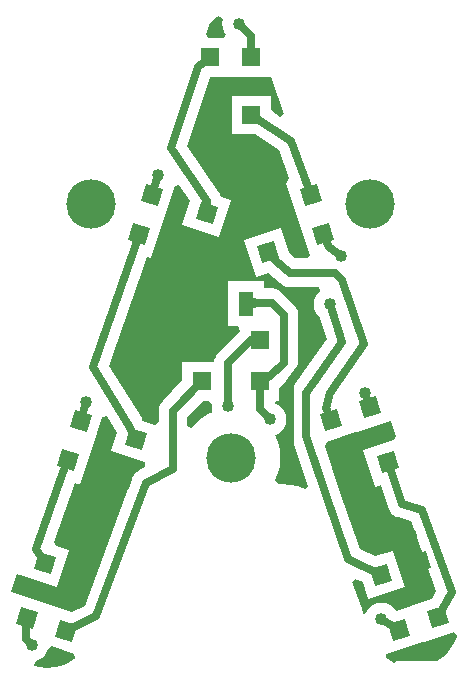
<source format=gtl>
%FSLAX25Y25*%
%MOIN*%
G70*
G01*
G75*
G04 Layer_Physical_Order=1*
G04 Layer_Color=255*
%ADD10R,0.05000X0.08000*%
%ADD11R,0.05906X0.05906*%
%ADD12P,0.08352X4X297.0*%
%ADD13P,0.08352X4X207.0*%
%ADD14R,0.05906X0.05906*%
%ADD15P,0.08352X4X63.0*%
%ADD16P,0.08352X4X153.0*%
%ADD17C,0.02500*%
%ADD18C,0.16500*%
%ADD19C,0.04000*%
G36*
X542283Y432710D02*
X542420Y432424D01*
X540472Y426429D01*
X551727Y422772D01*
X551839Y421276D01*
X549857Y420285D01*
X549405Y419979D01*
X548943Y419689D01*
X548888Y419630D01*
X548821Y419585D01*
X548463Y419172D01*
X548092Y418772D01*
X548055Y418701D01*
X548002Y418640D01*
X547763Y418149D01*
X547508Y417666D01*
X531666Y374939D01*
X527460Y372836D01*
X521507Y374771D01*
Y374771D01*
X521507Y374771D01*
X521329Y374828D01*
X520498Y375098D01*
D01*
X520498Y375098D01*
D01*
D01*
D01*
X520498Y375098D01*
D01*
Y375098D01*
X508224Y379086D01*
X508224Y379086D01*
X508224D01*
X507091Y379482D01*
X509185Y385489D01*
X510197Y385160D01*
X510197Y385160D01*
X522471Y381172D01*
X526459Y393446D01*
X522031Y394884D01*
X521367Y396229D01*
X528307Y415893D01*
X530140Y415297D01*
X534128Y427571D01*
X534128Y427571D01*
X534128D01*
D01*
D01*
Y427571D01*
X534398Y428402D01*
X534398D01*
X534398Y428402D01*
X537487Y437907D01*
X538976Y438085D01*
X542283Y432710D01*
D02*
G37*
G36*
X655693Y365061D02*
X655583Y364602D01*
X654692Y362450D01*
X653475Y360464D01*
X651962Y358693D01*
X650191Y357181D01*
X649080Y356500D01*
X635500D01*
X634895Y355895D01*
X634729Y355964D01*
X632743Y357181D01*
X632172Y357669D01*
X632085Y358766D01*
Y358766D01*
X632085D01*
D01*
Y358766D01*
X644359Y362754D01*
X644359Y362754D01*
Y362754D01*
X645190Y363024D01*
D01*
X645190Y363024D01*
X645190D01*
X654592Y366079D01*
X655693Y365061D01*
D02*
G37*
G36*
X528097Y359060D02*
X528390Y357588D01*
X527912Y357181D01*
X525926Y355964D01*
X523775Y355072D01*
X521510Y354529D01*
X519188Y354346D01*
X516866Y354529D01*
X514678Y355054D01*
X514690Y355285D01*
X515241Y356616D01*
X515436Y356642D01*
X516774Y357196D01*
X517923Y358077D01*
X518804Y359226D01*
X519358Y360564D01*
X519374Y360681D01*
X520642Y361482D01*
X528097Y359060D01*
D02*
G37*
G36*
X635375Y431658D02*
X634708Y430314D01*
X624502Y426998D01*
X628490Y414724D01*
X630215Y415285D01*
X632980Y407412D01*
X633141Y407093D01*
X633266Y406758D01*
X633423Y406538D01*
X633545Y406296D01*
X633783Y406030D01*
X633990Y405739D01*
X634199Y405566D01*
X634379Y405365D01*
X634679Y405169D01*
X634954Y404942D01*
X635200Y404829D01*
X635426Y404681D01*
X635766Y404570D01*
X636091Y404421D01*
X640312Y403122D01*
X648748Y379924D01*
X647262Y377267D01*
X641202Y375298D01*
X641202Y375298D01*
Y375298D01*
X640371Y375028D01*
D01*
X635238Y373360D01*
X634423Y374423D01*
X633274Y375304D01*
X631936Y375858D01*
X630500Y376047D01*
X629064Y375858D01*
X627726Y375304D01*
X626577Y374423D01*
X625696Y373274D01*
X625696Y373274D01*
D01*
D01*
D01*
Y373274D01*
X624737Y371892D01*
X624000Y373931D01*
Y374500D01*
X623678Y374822D01*
X620712Y383030D01*
X621828Y384033D01*
X624262Y382844D01*
X626124Y377114D01*
X638398Y381102D01*
X634410Y393375D01*
X628479Y391448D01*
X623374Y393940D01*
X616535Y413546D01*
X611585Y428396D01*
X612261Y429735D01*
X621698Y432802D01*
X621698Y432802D01*
X622529Y433072D01*
D01*
X622529Y433072D01*
X622529D01*
X633625Y436677D01*
X635375Y431658D01*
D02*
G37*
G36*
X577509Y571028D02*
X577669Y570502D01*
X577642Y570436D01*
X577453Y569000D01*
X577642Y567564D01*
X578196Y566226D01*
X578643Y565644D01*
X577979Y564298D01*
X572816D01*
X571948Y565521D01*
X572547Y567240D01*
X572547D01*
D01*
X572558Y567236D01*
X572558D01*
X572695Y567688D01*
X573459Y569117D01*
X574486Y570369D01*
X575738Y571396D01*
X576124Y571602D01*
X577509Y571028D01*
D02*
G37*
G36*
X597959Y538985D02*
X596782Y538054D01*
X593542Y540121D01*
Y545007D01*
X580637D01*
Y532102D01*
X588297D01*
X596539Y526844D01*
X599856Y517546D01*
X599194Y516200D01*
X598814Y516076D01*
X602802Y503802D01*
X602802Y503802D01*
X602802D01*
X603072Y502971D01*
D01*
X606635Y492004D01*
X605753Y490791D01*
X601822D01*
X599703Y492674D01*
X596998Y500998D01*
X584725Y497010D01*
X588713Y484736D01*
X592739Y486044D01*
X596817Y482419D01*
X597219Y482147D01*
X597605Y481851D01*
X597735Y481797D01*
X597852Y481717D01*
X598311Y481558D01*
X598760Y481372D01*
X598900Y481354D01*
X599034Y481307D01*
X599518Y481272D01*
X600000Y481209D01*
X609572D01*
X610054Y479789D01*
X609577Y479423D01*
X608696Y478274D01*
X608142Y476936D01*
X607952Y475500D01*
X608142Y474064D01*
X608696Y472726D01*
X609577Y471577D01*
X609773Y471427D01*
X612211Y463809D01*
X604092Y452271D01*
X601601Y448785D01*
X601493Y448581D01*
X601353Y448399D01*
X601200Y448032D01*
X601014Y447681D01*
X600961Y447456D01*
X600873Y447244D01*
X600821Y446850D01*
X600731Y446462D01*
X600739Y446232D01*
X600709Y446004D01*
X600698Y431538D01*
X600717Y431393D01*
X600706Y431247D01*
X600798Y430775D01*
X600860Y430298D01*
X600916Y430163D01*
X600944Y430019D01*
X606008Y414824D01*
X604911Y413802D01*
X602567Y414773D01*
X600080Y415370D01*
X597530Y415571D01*
Y415553D01*
X595886D01*
X595053Y416800D01*
X596041Y419185D01*
X596647Y421711D01*
X596851Y424300D01*
X596647Y426889D01*
X596041Y429415D01*
X595047Y431814D01*
X595056Y431840D01*
X596168Y432301D01*
X597317Y433183D01*
X598199Y434332D01*
X598753Y435670D01*
X598942Y437106D01*
X598753Y438541D01*
X598199Y439879D01*
X597317Y441028D01*
X596168Y441910D01*
X594830Y442464D01*
X594809Y442467D01*
X594791Y442485D01*
X595664Y443358D01*
X596398D01*
Y447718D01*
X596607Y447853D01*
X596735Y447995D01*
X596888Y448112D01*
X601388Y452612D01*
Y452612D01*
D01*
D01*
D01*
X601388Y452612D01*
D01*
Y452612D01*
D01*
X601388D01*
Y452612D01*
D01*
Y452612D01*
Y452612D01*
X601388D01*
D01*
D01*
Y452612D01*
D01*
D01*
D01*
D01*
D01*
D01*
Y452612D01*
D01*
D01*
X601388D01*
D01*
X601388Y452612D01*
D01*
D01*
X602149Y453605D01*
X602628Y454760D01*
X602791Y456000D01*
Y472000D01*
X602647Y473096D01*
X602628Y473240D01*
X602149Y474396D01*
X601388Y475388D01*
X597388Y479388D01*
X596395Y480149D01*
X596057Y480289D01*
X595240Y480628D01*
X594000Y480791D01*
X591300D01*
Y483100D01*
X579300D01*
Y468100D01*
X582865D01*
X583439Y466714D01*
X576112Y459388D01*
X575351Y458395D01*
X575211Y458057D01*
X574872Y457240D01*
X574744Y456263D01*
X564202D01*
Y450084D01*
X557585Y443361D01*
X557220Y442877D01*
X556851Y442395D01*
X556844Y442378D01*
X556832Y442362D01*
X556604Y441800D01*
X556372Y441240D01*
X556370Y441221D01*
X556362Y441203D01*
X556288Y440601D01*
X556209Y440000D01*
Y436161D01*
X554995Y435280D01*
X551064Y436557D01*
X550828Y437055D01*
X550687Y437274D01*
X550580Y437511D01*
X539770Y455078D01*
X552307Y491295D01*
X553840Y490797D01*
X557828Y503071D01*
X557828Y503071D01*
X557828D01*
D01*
D01*
Y503071D01*
X558098Y503902D01*
X558098Y503902D01*
X561681Y514927D01*
X563165Y515142D01*
X566761Y509898D01*
X564172Y501929D01*
X576446Y497941D01*
X580434Y510215D01*
X577079Y511305D01*
X577018Y511594D01*
X576872Y511881D01*
X576764Y512184D01*
X576590Y512436D01*
X576451Y512709D01*
X565798Y528245D01*
X573045Y549985D01*
Y549985D01*
X573515Y551393D01*
X579763D01*
Y551393D01*
X579763D01*
X579763Y551393D01*
X580637D01*
Y551393D01*
X593542D01*
X593542Y551393D01*
Y551393D01*
X593628Y551407D01*
X597959Y538985D01*
D02*
G37*
G36*
X574049Y442230D02*
X573952Y441500D01*
X574142Y440064D01*
X574303Y439675D01*
X572786Y439047D01*
X570572Y437690D01*
X568597Y436003D01*
X567198Y434366D01*
X565791Y434885D01*
Y438038D01*
X571026Y443358D01*
X573060D01*
X574049Y442230D01*
D02*
G37*
D10*
X585300Y475600D02*
D03*
X574300D02*
D03*
D11*
X570654Y449810D02*
D03*
Y463590D02*
D03*
X589946Y449810D02*
D03*
Y463590D02*
D03*
D12*
X518328Y389303D02*
D03*
X531433Y385045D02*
D03*
X512367Y370955D02*
D03*
X525472Y366697D02*
D03*
D13*
X548603Y430572D02*
D03*
X544345Y417467D02*
D03*
X530256Y436533D02*
D03*
X525997Y423428D02*
D03*
X572303Y506072D02*
D03*
X568045Y492967D02*
D03*
X553956Y512033D02*
D03*
X549697Y498928D02*
D03*
D14*
X587090Y538554D02*
D03*
X573310D02*
D03*
X587090Y557846D02*
D03*
X573310D02*
D03*
D15*
X592856Y492867D02*
D03*
X588597Y505972D02*
D03*
X611203Y498828D02*
D03*
X606945Y511933D02*
D03*
D16*
X632633Y422856D02*
D03*
X619528Y418597D02*
D03*
X626672Y441203D02*
D03*
X613567Y436944D02*
D03*
X630267Y385244D02*
D03*
X643372Y389503D02*
D03*
X636228Y366897D02*
D03*
X649333Y371156D02*
D03*
D17*
X561000Y440000D02*
X570654Y449810D01*
X561000Y420500D02*
Y440000D01*
X552000Y416000D02*
X561000Y420500D01*
X535500Y371500D02*
X552000Y416000D01*
X529500Y368500D02*
X535500Y371500D01*
X525472Y366697D02*
X529500Y368500D01*
X515500Y394000D02*
X518328Y389303D01*
X515500Y394000D02*
X524500Y419500D01*
X525997Y423428D01*
X546500Y435000D02*
X548603Y430572D01*
X534500Y454500D02*
X546500Y435000D01*
X534500Y454500D02*
X548000Y493500D01*
X549697Y498928D01*
X572303Y506072D02*
X572500Y510000D01*
X560500Y527500D02*
X572500Y510000D01*
X560500Y527500D02*
X568500Y551500D01*
X569500Y554500D01*
X573310Y557846D01*
X587090Y538554D02*
X600500Y530000D01*
X606945Y511933D01*
X632633Y422856D02*
X637500Y409000D01*
X644000Y407000D01*
X654000Y379500D01*
X649333Y371156D02*
X654000Y379500D01*
X619500Y390500D02*
X630267Y385244D01*
X612000Y412000D02*
X619500Y390500D01*
X537500Y402000D02*
X540500Y405000D01*
X543500Y413500D02*
X544345Y417467D01*
X570500Y467000D02*
X570654Y463590D01*
X570500Y467000D02*
X574500Y471500D01*
Y474000D01*
X574600Y479200D01*
X568045Y492967D02*
X570500Y490000D01*
X574500Y486000D01*
Y483500D02*
Y486000D01*
Y483500D02*
X574600Y479200D01*
X585500Y505000D02*
X588597Y505972D01*
X581000Y503500D02*
X585500Y505000D01*
X581000Y492500D02*
Y503500D01*
X574500Y486000D02*
X581000Y492500D01*
X573000Y535500D02*
X573310Y538554D01*
X573000Y530500D02*
Y535500D01*
Y530500D02*
X587000Y516500D01*
Y510000D02*
Y516500D01*
Y510000D02*
X588597Y505972D01*
X624500Y404000D02*
X640500Y398500D01*
X643372Y389503D01*
X630500Y370500D02*
X636228Y366897D01*
X625000Y446000D02*
X626672Y441203D01*
X589946Y449810D02*
X590000Y444520D01*
X530256Y436533D02*
X531500Y440500D01*
X532000Y443000D01*
X512000Y368000D02*
X512367Y370955D01*
X512000Y364000D02*
Y368000D01*
Y364000D02*
X514000Y362000D01*
X553956Y512033D02*
X556000Y518500D01*
X587000Y561500D02*
X587090Y557846D01*
X587000Y561500D02*
Y565000D01*
X583000Y569000D02*
X587000Y565000D01*
X590000Y444520D02*
X590000Y440500D01*
X593395Y437106D01*
X531433Y385045D02*
X533319Y390314D01*
X537500Y402000D01*
X540500Y405000D02*
X542684Y411187D01*
X543500Y413500D01*
X621390Y413131D02*
X624500Y404000D01*
X619528Y418597D02*
X621390Y413131D01*
X611203Y498828D02*
X613000Y494500D01*
X617000Y491500D01*
X587500Y476000D02*
X594000D01*
X598000Y472000D01*
Y456000D02*
Y472000D01*
X593500Y451500D02*
X598000Y456000D01*
X589946Y449810D02*
X593500Y451500D01*
X595500Y490000D02*
X600000Y486000D01*
X592856Y492867D02*
X595500Y490000D01*
X615000Y486000D02*
X617500Y483500D01*
X600000Y486000D02*
X615000D01*
X612000Y441000D02*
X613567Y436944D01*
X612000Y441000D02*
X613500Y446000D01*
X624746Y462188D01*
X617500Y483500D02*
X624746Y462188D01*
X613500Y475500D02*
X617500Y463000D01*
X608000Y449500D02*
X617500Y463000D01*
X605500Y446000D02*
X608000Y449500D01*
X605489Y431534D02*
X605500Y446000D01*
X605489Y431534D02*
X612000Y412000D01*
X587000Y463500D02*
X589946Y463590D01*
X579500Y456000D02*
X587000Y463500D01*
X579500Y441500D02*
Y456000D01*
X563000Y463500D02*
X570654Y463590D01*
X598500Y428000D02*
X600000Y430000D01*
Y449500D01*
X608500Y460500D01*
Y464500D01*
D18*
X533800Y509000D02*
D03*
X626800Y508900D02*
D03*
X580300Y424300D02*
D03*
D19*
X587000Y516500D02*
D03*
X630500Y370500D02*
D03*
X640500Y398500D02*
D03*
X621390Y413131D02*
D03*
X625000Y446000D02*
D03*
X532000Y443000D02*
D03*
X542684Y411187D02*
D03*
X533319Y390314D02*
D03*
X514000Y362000D02*
D03*
X556000Y518500D02*
D03*
X573000Y530500D02*
D03*
X583000Y569000D02*
D03*
X593395Y437106D02*
D03*
X617000Y491500D02*
D03*
X587500Y476000D02*
D03*
X613500Y475500D02*
D03*
X579500Y441500D02*
D03*
X563000Y463500D02*
D03*
X598500Y428000D02*
D03*
X608500Y464500D02*
D03*
M02*

</source>
